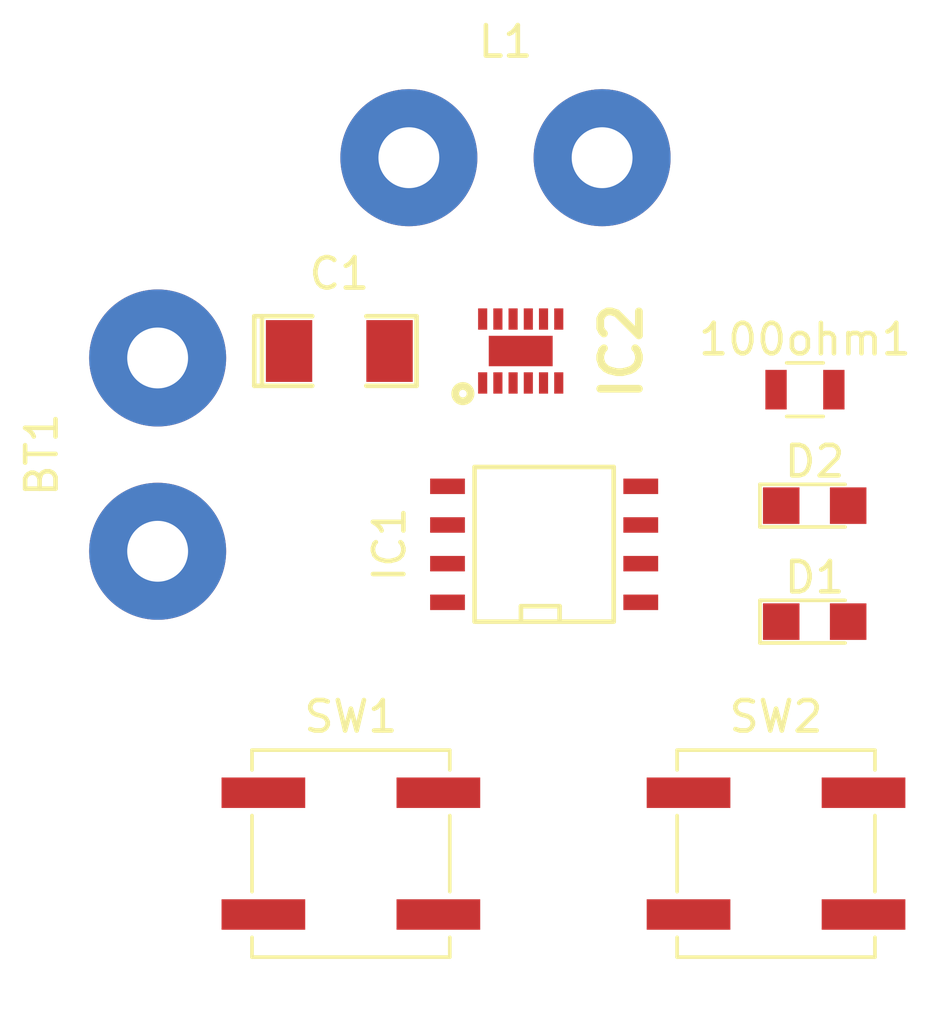
<source format=kicad_pcb>
(kicad_pcb (version 4) (host pcbnew 4.0.4-stable)

  (general
    (links 26)
    (no_connects 19)
    (area 120.549999 90.069999 151.230001 123.935)
    (thickness 1.6)
    (drawings 4)
    (tracks 0)
    (zones 0)
    (modules 10)
    (nets 16)
  )

  (page A4)
  (layers
    (0 F.Cu signal)
    (31 B.Cu signal)
    (32 B.Adhes user)
    (33 F.Adhes user)
    (34 B.Paste user)
    (35 F.Paste user)
    (36 B.SilkS user)
    (37 F.SilkS user)
    (38 B.Mask user)
    (39 F.Mask user)
    (40 Dwgs.User user)
    (41 Cmts.User user)
    (42 Eco1.User user)
    (43 Eco2.User user)
    (44 Edge.Cuts user)
    (45 Margin user)
    (46 B.CrtYd user)
    (47 F.CrtYd user)
    (48 B.Fab user)
    (49 F.Fab user)
  )

  (setup
    (last_trace_width 0.25)
    (trace_clearance 0.2)
    (zone_clearance 0.508)
    (zone_45_only no)
    (trace_min 0.2)
    (segment_width 0.2)
    (edge_width 0.15)
    (via_size 0.6)
    (via_drill 0.4)
    (via_min_size 0.4)
    (via_min_drill 0.3)
    (uvia_size 0.3)
    (uvia_drill 0.1)
    (uvias_allowed no)
    (uvia_min_size 0.2)
    (uvia_min_drill 0.1)
    (pcb_text_width 0.3)
    (pcb_text_size 1.5 1.5)
    (mod_edge_width 0.15)
    (mod_text_size 1 1)
    (mod_text_width 0.15)
    (pad_size 1.524 1.524)
    (pad_drill 0.762)
    (pad_to_mask_clearance 0.2)
    (aux_axis_origin 0 0)
    (visible_elements FFFEEF7F)
    (pcbplotparams
      (layerselection 0x00030_80000001)
      (usegerberextensions false)
      (excludeedgelayer true)
      (linewidth 0.100000)
      (plotframeref false)
      (viasonmask false)
      (mode 1)
      (useauxorigin false)
      (hpglpennumber 1)
      (hpglpenspeed 20)
      (hpglpendiameter 15)
      (hpglpenoverlay 2)
      (psnegative false)
      (psa4output false)
      (plotreference true)
      (plotvalue true)
      (plotinvisibletext false)
      (padsonsilk false)
      (subtractmaskfromsilk false)
      (outputformat 1)
      (mirror false)
      (drillshape 1)
      (scaleselection 1)
      (outputdirectory ""))
  )

  (net 0 "")
  (net 1 "Net-(100ohm1-Pad1)")
  (net 2 "Net-(100ohm1-Pad2)")
  (net 3 "Net-(BT1-Pad1)")
  (net 4 "Net-(D1-Pad2)")
  (net 5 "Net-(D2-Pad2)")
  (net 6 "Net-(IC1-Pad7)")
  (net 7 "Net-(IC1-Pad6)")
  (net 8 "Net-(IC1-Pad5)")
  (net 9 "Net-(IC1-Pad1)")
  (net 10 "Net-(IC2-Pad2)")
  (net 11 "Net-(IC2-Pad3)")
  (net 12 "Net-(IC2-Pad4)")
  (net 13 "Net-(IC2-Pad5)")
  (net 14 "Net-(IC2-Pad7)")
  (net 15 "Net-(IC2-Pad8)")

  (net_class Default "This is the default net class."
    (clearance 0.2)
    (trace_width 0.25)
    (via_dia 0.6)
    (via_drill 0.4)
    (uvia_dia 0.3)
    (uvia_drill 0.1)
    (add_net "Net-(100ohm1-Pad1)")
    (add_net "Net-(100ohm1-Pad2)")
    (add_net "Net-(BT1-Pad1)")
    (add_net "Net-(D1-Pad2)")
    (add_net "Net-(D2-Pad2)")
    (add_net "Net-(IC1-Pad1)")
    (add_net "Net-(IC1-Pad5)")
    (add_net "Net-(IC1-Pad6)")
    (add_net "Net-(IC1-Pad7)")
    (add_net "Net-(IC2-Pad2)")
    (add_net "Net-(IC2-Pad3)")
    (add_net "Net-(IC2-Pad4)")
    (add_net "Net-(IC2-Pad5)")
    (add_net "Net-(IC2-Pad7)")
    (add_net "Net-(IC2-Pad8)")
  )

  (module Resistors_SMD:R_0805 (layer F.Cu) (tedit 58E0A804) (tstamp 5A344DB3)
    (at 147 102.87)
    (descr "Resistor SMD 0805, reflow soldering, Vishay (see dcrcw.pdf)")
    (tags "resistor 0805")
    (path /5A29B602)
    (attr smd)
    (fp_text reference 100ohm1 (at 0 -1.65) (layer F.SilkS)
      (effects (font (size 1 1) (thickness 0.15)))
    )
    (fp_text value R1 (at 0 1.75) (layer F.Fab)
      (effects (font (size 1 1) (thickness 0.15)))
    )
    (fp_text user %R (at 0 1.27) (layer F.Fab)
      (effects (font (size 0.5 0.5) (thickness 0.075)))
    )
    (fp_line (start -1 0.62) (end -1 -0.62) (layer F.Fab) (width 0.1))
    (fp_line (start 1 0.62) (end -1 0.62) (layer F.Fab) (width 0.1))
    (fp_line (start 1 -0.62) (end 1 0.62) (layer F.Fab) (width 0.1))
    (fp_line (start -1 -0.62) (end 1 -0.62) (layer F.Fab) (width 0.1))
    (fp_line (start 0.6 0.88) (end -0.6 0.88) (layer F.SilkS) (width 0.12))
    (fp_line (start -0.6 -0.88) (end 0.6 -0.88) (layer F.SilkS) (width 0.12))
    (fp_line (start -1.55 -0.9) (end 1.55 -0.9) (layer F.CrtYd) (width 0.05))
    (fp_line (start -1.55 -0.9) (end -1.55 0.9) (layer F.CrtYd) (width 0.05))
    (fp_line (start 1.55 0.9) (end 1.55 -0.9) (layer F.CrtYd) (width 0.05))
    (fp_line (start 1.55 0.9) (end -1.55 0.9) (layer F.CrtYd) (width 0.05))
    (pad 1 smd rect (at -0.95 0) (size 0.7 1.3) (layers F.Cu F.Paste F.Mask)
      (net 1 "Net-(100ohm1-Pad1)"))
    (pad 2 smd rect (at 0.95 0) (size 0.7 1.3) (layers F.Cu F.Paste F.Mask)
      (net 2 "Net-(100ohm1-Pad2)"))
    (model ${KISYS3DMOD}/Resistors_SMD.3dshapes/R_0805.wrl
      (at (xyz 0 0 0))
      (scale (xyz 1 1 1))
      (rotate (xyz 0 0 0))
    )
  )

  (module Wire_Pads:SolderWirePad_2x_2mmDrill (layer F.Cu) (tedit 0) (tstamp 5A344DB9)
    (at 125.73 105.0036 90)
    (path /5A29B249)
    (fp_text reference BT1 (at 0 -3.81 90) (layer F.SilkS)
      (effects (font (size 1 1) (thickness 0.15)))
    )
    (fp_text value "3.7v LiPo" (at 0.635 3.81 90) (layer F.Fab)
      (effects (font (size 1 1) (thickness 0.15)))
    )
    (pad 1 thru_hole circle (at -3.175 0 90) (size 4.50088 4.50088) (drill 1.99898) (layers *.Cu *.Mask)
      (net 3 "Net-(BT1-Pad1)"))
    (pad 1 thru_hole circle (at 3.175 0 90) (size 4.50088 4.50088) (drill 1.99898) (layers *.Cu *.Mask)
      (net 3 "Net-(BT1-Pad1)"))
  )

  (module SMD_Packages:SMD-1206_Pol (layer F.Cu) (tedit 0) (tstamp 5A344DBF)
    (at 131.699 101.6)
    (path /5A29C3A3)
    (attr smd)
    (fp_text reference C1 (at 0 -2.54) (layer F.SilkS)
      (effects (font (size 1 1) (thickness 0.15)))
    )
    (fp_text value 100uF (at 0 2.54) (layer F.Fab)
      (effects (font (size 1 1) (thickness 0.15)))
    )
    (fp_line (start -2.54 -1.143) (end -2.794 -1.143) (layer F.SilkS) (width 0.15))
    (fp_line (start -2.794 -1.143) (end -2.794 1.143) (layer F.SilkS) (width 0.15))
    (fp_line (start -2.794 1.143) (end -2.54 1.143) (layer F.SilkS) (width 0.15))
    (fp_line (start -2.54 -1.143) (end -2.54 1.143) (layer F.SilkS) (width 0.15))
    (fp_line (start -2.54 1.143) (end -0.889 1.143) (layer F.SilkS) (width 0.15))
    (fp_line (start 0.889 -1.143) (end 2.54 -1.143) (layer F.SilkS) (width 0.15))
    (fp_line (start 2.54 -1.143) (end 2.54 1.143) (layer F.SilkS) (width 0.15))
    (fp_line (start 2.54 1.143) (end 0.889 1.143) (layer F.SilkS) (width 0.15))
    (fp_line (start -0.889 -1.143) (end -2.54 -1.143) (layer F.SilkS) (width 0.15))
    (pad 1 smd rect (at -1.651 0) (size 1.524 2.032) (layers F.Cu F.Paste F.Mask)
      (net 3 "Net-(BT1-Pad1)"))
    (pad 2 smd rect (at 1.651 0) (size 1.524 2.032) (layers F.Cu F.Paste F.Mask)
      (net 2 "Net-(100ohm1-Pad2)"))
    (model SMD_Packages.3dshapes/SMD-1206_Pol.wrl
      (at (xyz 0 0 0))
      (scale (xyz 0.17 0.16 0.16))
      (rotate (xyz 0 0 0))
    )
  )

  (module LEDs:LED_0805 (layer F.Cu) (tedit 59959803) (tstamp 5A344DC5)
    (at 147.32 110.49)
    (descr "LED 0805 smd package")
    (tags "LED led 0805 SMD smd SMT smt smdled SMDLED smtled SMTLED")
    (path /5A2A0D2E)
    (attr smd)
    (fp_text reference D1 (at 0 -1.45) (layer F.SilkS)
      (effects (font (size 1 1) (thickness 0.15)))
    )
    (fp_text value LED (at 0 1.55) (layer F.Fab)
      (effects (font (size 1 1) (thickness 0.15)))
    )
    (fp_line (start -1.8 -0.7) (end -1.8 0.7) (layer F.SilkS) (width 0.12))
    (fp_line (start -0.4 -0.4) (end -0.4 0.4) (layer F.Fab) (width 0.1))
    (fp_line (start -0.4 0) (end 0.2 -0.4) (layer F.Fab) (width 0.1))
    (fp_line (start 0.2 0.4) (end -0.4 0) (layer F.Fab) (width 0.1))
    (fp_line (start 0.2 -0.4) (end 0.2 0.4) (layer F.Fab) (width 0.1))
    (fp_line (start 1 0.6) (end -1 0.6) (layer F.Fab) (width 0.1))
    (fp_line (start 1 -0.6) (end 1 0.6) (layer F.Fab) (width 0.1))
    (fp_line (start -1 -0.6) (end 1 -0.6) (layer F.Fab) (width 0.1))
    (fp_line (start -1 0.6) (end -1 -0.6) (layer F.Fab) (width 0.1))
    (fp_line (start -1.8 0.7) (end 1 0.7) (layer F.SilkS) (width 0.12))
    (fp_line (start -1.8 -0.7) (end 1 -0.7) (layer F.SilkS) (width 0.12))
    (fp_line (start 1.95 -0.85) (end 1.95 0.85) (layer F.CrtYd) (width 0.05))
    (fp_line (start 1.95 0.85) (end -1.95 0.85) (layer F.CrtYd) (width 0.05))
    (fp_line (start -1.95 0.85) (end -1.95 -0.85) (layer F.CrtYd) (width 0.05))
    (fp_line (start -1.95 -0.85) (end 1.95 -0.85) (layer F.CrtYd) (width 0.05))
    (fp_text user %R (at 0 1.27) (layer F.Fab)
      (effects (font (size 0.4 0.4) (thickness 0.1)))
    )
    (pad 2 smd rect (at 1.1 0 180) (size 1.2 1.2) (layers F.Cu F.Paste F.Mask)
      (net 4 "Net-(D1-Pad2)"))
    (pad 1 smd rect (at -1.1 0 180) (size 1.2 1.2) (layers F.Cu F.Paste F.Mask)
      (net 1 "Net-(100ohm1-Pad1)"))
    (model ${KISYS3DMOD}/LEDs.3dshapes/LED_0805.wrl
      (at (xyz 0 0 0))
      (scale (xyz 1 1 1))
      (rotate (xyz 0 0 180))
    )
  )

  (module LEDs:LED_0805 (layer F.Cu) (tedit 59959803) (tstamp 5A344DCB)
    (at 147.32 106.68)
    (descr "LED 0805 smd package")
    (tags "LED led 0805 SMD smd SMT smt smdled SMDLED smtled SMTLED")
    (path /5A29B470)
    (attr smd)
    (fp_text reference D2 (at 0 -1.45) (layer F.SilkS)
      (effects (font (size 1 1) (thickness 0.15)))
    )
    (fp_text value LED (at 0 1.55) (layer F.Fab)
      (effects (font (size 1 1) (thickness 0.15)))
    )
    (fp_line (start -1.8 -0.7) (end -1.8 0.7) (layer F.SilkS) (width 0.12))
    (fp_line (start -0.4 -0.4) (end -0.4 0.4) (layer F.Fab) (width 0.1))
    (fp_line (start -0.4 0) (end 0.2 -0.4) (layer F.Fab) (width 0.1))
    (fp_line (start 0.2 0.4) (end -0.4 0) (layer F.Fab) (width 0.1))
    (fp_line (start 0.2 -0.4) (end 0.2 0.4) (layer F.Fab) (width 0.1))
    (fp_line (start 1 0.6) (end -1 0.6) (layer F.Fab) (width 0.1))
    (fp_line (start 1 -0.6) (end 1 0.6) (layer F.Fab) (width 0.1))
    (fp_line (start -1 -0.6) (end 1 -0.6) (layer F.Fab) (width 0.1))
    (fp_line (start -1 0.6) (end -1 -0.6) (layer F.Fab) (width 0.1))
    (fp_line (start -1.8 0.7) (end 1 0.7) (layer F.SilkS) (width 0.12))
    (fp_line (start -1.8 -0.7) (end 1 -0.7) (layer F.SilkS) (width 0.12))
    (fp_line (start 1.95 -0.85) (end 1.95 0.85) (layer F.CrtYd) (width 0.05))
    (fp_line (start 1.95 0.85) (end -1.95 0.85) (layer F.CrtYd) (width 0.05))
    (fp_line (start -1.95 0.85) (end -1.95 -0.85) (layer F.CrtYd) (width 0.05))
    (fp_line (start -1.95 -0.85) (end 1.95 -0.85) (layer F.CrtYd) (width 0.05))
    (fp_text user %R (at 0 1.27) (layer F.Fab)
      (effects (font (size 0.4 0.4) (thickness 0.1)))
    )
    (pad 2 smd rect (at 1.1 0 180) (size 1.2 1.2) (layers F.Cu F.Paste F.Mask)
      (net 5 "Net-(D2-Pad2)"))
    (pad 1 smd rect (at -1.1 0 180) (size 1.2 1.2) (layers F.Cu F.Paste F.Mask)
      (net 1 "Net-(100ohm1-Pad1)"))
    (model ${KISYS3DMOD}/LEDs.3dshapes/LED_0805.wrl
      (at (xyz 0 0 0))
      (scale (xyz 1 1 1))
      (rotate (xyz 0 0 180))
    )
  )

  (module SMD_Packages:SOIC-8-N (layer F.Cu) (tedit 0) (tstamp 5A344DD7)
    (at 138.43 107.95 90)
    (descr "Module Narrow CMS SOJ 8 pins large")
    (tags "CMS SOJ")
    (path /5A29B085)
    (attr smd)
    (fp_text reference IC1 (at 0 -5.08 90) (layer F.SilkS)
      (effects (font (size 1 1) (thickness 0.15)))
    )
    (fp_text value ATTINY85-S (at 0 1.27 90) (layer F.Fab)
      (effects (font (size 1 1) (thickness 0.15)))
    )
    (fp_line (start -2.54 -2.286) (end 2.54 -2.286) (layer F.SilkS) (width 0.15))
    (fp_line (start 2.54 -2.286) (end 2.54 2.286) (layer F.SilkS) (width 0.15))
    (fp_line (start 2.54 2.286) (end -2.54 2.286) (layer F.SilkS) (width 0.15))
    (fp_line (start -2.54 2.286) (end -2.54 -2.286) (layer F.SilkS) (width 0.15))
    (fp_line (start -2.54 -0.762) (end -2.032 -0.762) (layer F.SilkS) (width 0.15))
    (fp_line (start -2.032 -0.762) (end -2.032 0.508) (layer F.SilkS) (width 0.15))
    (fp_line (start -2.032 0.508) (end -2.54 0.508) (layer F.SilkS) (width 0.15))
    (pad 8 smd rect (at -1.905 -3.175 90) (size 0.508 1.143) (layers F.Cu F.Paste F.Mask)
      (net 3 "Net-(BT1-Pad1)"))
    (pad 7 smd rect (at -0.635 -3.175 90) (size 0.508 1.143) (layers F.Cu F.Paste F.Mask)
      (net 6 "Net-(IC1-Pad7)"))
    (pad 6 smd rect (at 0.635 -3.175 90) (size 0.508 1.143) (layers F.Cu F.Paste F.Mask)
      (net 7 "Net-(IC1-Pad6)"))
    (pad 5 smd rect (at 1.905 -3.175 90) (size 0.508 1.143) (layers F.Cu F.Paste F.Mask)
      (net 8 "Net-(IC1-Pad5)"))
    (pad 4 smd rect (at 1.905 3.175 90) (size 0.508 1.143) (layers F.Cu F.Paste F.Mask)
      (net 2 "Net-(100ohm1-Pad2)"))
    (pad 3 smd rect (at 0.635 3.175 90) (size 0.508 1.143) (layers F.Cu F.Paste F.Mask)
      (net 5 "Net-(D2-Pad2)"))
    (pad 2 smd rect (at -0.635 3.175 90) (size 0.508 1.143) (layers F.Cu F.Paste F.Mask)
      (net 4 "Net-(D1-Pad2)"))
    (pad 1 smd rect (at -1.905 3.175 90) (size 0.508 1.143) (layers F.Cu F.Paste F.Mask)
      (net 9 "Net-(IC1-Pad1)"))
    (model SMD_Packages.3dshapes/SOIC-8-N.wrl
      (at (xyz 0 0 0))
      (scale (xyz 0.5 0.38 0.5))
      (rotate (xyz 0 0 0))
    )
  )

  (module DRV8835DSSR:SON50P200X300X80-13N (layer F.Cu) (tedit 5A29B73A) (tstamp 5A344DE8)
    (at 137.66 101.6 90)
    (descr "DSS (R-PWSON-N12)")
    (tags "Integrated Circuit")
    (path /5A29B9E5)
    (attr smd)
    (fp_text reference IC2 (at 0 3.31 90) (layer F.SilkS)
      (effects (font (size 1.27 1.27) (thickness 0.254)))
    )
    (fp_text value DRV8835DSSR (at 0 0 90) (layer F.SilkS) hide
      (effects (font (size 1.27 1.27) (thickness 0.254)))
    )
    (fp_line (start -1.625 -1.8) (end 1.625 -1.8) (layer Dwgs.User) (width 0.05))
    (fp_line (start 1.625 -1.8) (end 1.625 1.8) (layer Dwgs.User) (width 0.05))
    (fp_line (start 1.625 1.8) (end -1.625 1.8) (layer Dwgs.User) (width 0.05))
    (fp_line (start -1.625 1.8) (end -1.625 -1.8) (layer Dwgs.User) (width 0.05))
    (fp_line (start -1 -1.5) (end 1 -1.5) (layer Dwgs.User) (width 0.1))
    (fp_line (start 1 -1.5) (end 1 1.5) (layer Dwgs.User) (width 0.1))
    (fp_line (start 1 1.5) (end -1 1.5) (layer Dwgs.User) (width 0.1))
    (fp_line (start -1 1.5) (end -1 -1.5) (layer Dwgs.User) (width 0.1))
    (fp_line (start -1 -1) (end -0.5 -1.5) (layer Dwgs.User) (width 0.1))
    (fp_circle (center -1.4 -1.9) (end -1.275 -1.9) (layer F.SilkS) (width 0.254))
    (pad 1 smd rect (at -1.05 -1.25 180) (size 0.3 0.7) (layers F.Cu F.Paste F.Mask)
      (net 3 "Net-(BT1-Pad1)"))
    (pad 2 smd rect (at -1.05 -0.75 180) (size 0.3 0.7) (layers F.Cu F.Paste F.Mask)
      (net 10 "Net-(IC2-Pad2)"))
    (pad 3 smd rect (at -1.05 -0.25 180) (size 0.3 0.7) (layers F.Cu F.Paste F.Mask)
      (net 11 "Net-(IC2-Pad3)"))
    (pad 4 smd rect (at -1.05 0.25 180) (size 0.3 0.7) (layers F.Cu F.Paste F.Mask)
      (net 12 "Net-(IC2-Pad4)"))
    (pad 5 smd rect (at -1.05 0.75 180) (size 0.3 0.7) (layers F.Cu F.Paste F.Mask)
      (net 13 "Net-(IC2-Pad5)"))
    (pad 6 smd rect (at -1.05 1.25 180) (size 0.3 0.7) (layers F.Cu F.Paste F.Mask)
      (net 2 "Net-(100ohm1-Pad2)"))
    (pad 7 smd rect (at 1.05 1.25 180) (size 0.3 0.7) (layers F.Cu F.Paste F.Mask)
      (net 14 "Net-(IC2-Pad7)"))
    (pad 8 smd rect (at 1.05 0.75 180) (size 0.3 0.7) (layers F.Cu F.Paste F.Mask)
      (net 15 "Net-(IC2-Pad8)"))
    (pad 9 smd rect (at 1.05 0.25 180) (size 0.3 0.7) (layers F.Cu F.Paste F.Mask)
      (net 4 "Net-(D1-Pad2)"))
    (pad 10 smd rect (at 1.05 -0.25 180) (size 0.3 0.7) (layers F.Cu F.Paste F.Mask)
      (net 8 "Net-(IC1-Pad5)"))
    (pad 11 smd rect (at 1.05 -0.75 180) (size 0.3 0.7) (layers F.Cu F.Paste F.Mask)
      (net 7 "Net-(IC1-Pad6)"))
    (pad 12 smd rect (at 1.05 -1.25 180) (size 0.3 0.7) (layers F.Cu F.Paste F.Mask)
      (net 3 "Net-(BT1-Pad1)"))
    (pad 13 smd rect (at 0 0 90) (size 1 2.1) (layers F.Cu F.Paste F.Mask)
      (net 2 "Net-(100ohm1-Pad2)"))
  )

  (module Wire_Pads:SolderWirePad_2x_2mmDrill (layer F.Cu) (tedit 0) (tstamp 5A344DEE)
    (at 137.16 95.25)
    (path /5A29C49F)
    (fp_text reference L1 (at 0 -3.81) (layer F.SilkS)
      (effects (font (size 1 1) (thickness 0.15)))
    )
    (fp_text value Coil (at 0.635 3.81) (layer F.Fab)
      (effects (font (size 1 1) (thickness 0.15)))
    )
    (pad 1 thru_hole circle (at -3.175 0) (size 4.50088 4.50088) (drill 1.99898) (layers *.Cu *.Mask)
      (net 10 "Net-(IC2-Pad2)"))
    (pad 1 thru_hole circle (at 3.175 0) (size 4.50088 4.50088) (drill 1.99898) (layers *.Cu *.Mask)
      (net 10 "Net-(IC2-Pad2)"))
  )

  (module Buttons_Switches_SMD:SW_SPST_B3SL-1002P (layer F.Cu) (tedit 58724122) (tstamp 5A344DF6)
    (at 132.08 118.11)
    (descr "Middle Stroke Tactile Switch, B3SL")
    (tags "Middle Stroke Tactile Switch")
    (path /5A29B69D)
    (attr smd)
    (fp_text reference SW1 (at 0 -4.5) (layer F.SilkS)
      (effects (font (size 1 1) (thickness 0.15)))
    )
    (fp_text value Fire! (at 0 4.75) (layer F.Fab)
      (effects (font (size 1 1) (thickness 0.15)))
    )
    (fp_text user %R (at 0 -4.5) (layer F.Fab)
      (effects (font (size 1 1) (thickness 0.15)))
    )
    (fp_circle (center 0 0) (end 1.25 0) (layer F.Fab) (width 0.1))
    (fp_line (start -4.5 3.65) (end 4.5 3.65) (layer F.CrtYd) (width 0.05))
    (fp_line (start 4.5 3.65) (end 4.5 -3.65) (layer F.CrtYd) (width 0.05))
    (fp_line (start 4.5 -3.65) (end -4.5 -3.65) (layer F.CrtYd) (width 0.05))
    (fp_line (start -4.5 -3.65) (end -4.5 3.65) (layer F.CrtYd) (width 0.05))
    (fp_line (start 3.25 2.75) (end 3.25 3.4) (layer F.SilkS) (width 0.12))
    (fp_line (start 3.25 3.4) (end -3.25 3.4) (layer F.SilkS) (width 0.12))
    (fp_line (start -3.25 3.4) (end -3.25 2.75) (layer F.SilkS) (width 0.12))
    (fp_line (start 3.25 -2.75) (end 3.25 -3.4) (layer F.SilkS) (width 0.12))
    (fp_line (start 3.25 -3.4) (end -3.25 -3.4) (layer F.SilkS) (width 0.12))
    (fp_line (start -3.25 -3.4) (end -3.25 -2.75) (layer F.SilkS) (width 0.12))
    (fp_line (start 3.25 -1.25) (end 3.25 1.25) (layer F.SilkS) (width 0.12))
    (fp_line (start -3.25 -1.25) (end -3.25 1.25) (layer F.SilkS) (width 0.12))
    (fp_line (start -3.1 -3.25) (end 3.1 -3.25) (layer F.Fab) (width 0.1))
    (fp_line (start 3.1 -3.25) (end 3.1 3.25) (layer F.Fab) (width 0.1))
    (fp_line (start 3.1 3.25) (end -3.1 3.25) (layer F.Fab) (width 0.1))
    (fp_line (start -3.1 3.25) (end -3.1 -3.25) (layer F.Fab) (width 0.1))
    (pad 1 smd rect (at -2.875 -2) (size 2.75 1) (layers F.Cu F.Paste F.Mask)
      (net 6 "Net-(IC1-Pad7)"))
    (pad 1 smd rect (at 2.875 -2) (size 2.75 1) (layers F.Cu F.Paste F.Mask)
      (net 6 "Net-(IC1-Pad7)"))
    (pad 2 smd rect (at 2.875 2) (size 2.75 1) (layers F.Cu F.Paste F.Mask)
      (net 2 "Net-(100ohm1-Pad2)"))
    (pad 2 smd rect (at -2.875 2) (size 2.75 1) (layers F.Cu F.Paste F.Mask)
      (net 2 "Net-(100ohm1-Pad2)"))
    (model ${KISYS3DMOD}/Buttons_Switches_SMD.3dshapes/SW_SPST_B3SL-1002P.wrl
      (at (xyz 0 0 0))
      (scale (xyz 1 1 1))
      (rotate (xyz 0 0 0))
    )
  )

  (module Buttons_Switches_SMD:SW_SPST_B3SL-1002P (layer F.Cu) (tedit 58724122) (tstamp 5A344DFE)
    (at 146.05 118.11)
    (descr "Middle Stroke Tactile Switch, B3SL")
    (tags "Middle Stroke Tactile Switch")
    (path /5A2A0ECB)
    (attr smd)
    (fp_text reference SW2 (at 0 -4.5) (layer F.SilkS)
      (effects (font (size 1 1) (thickness 0.15)))
    )
    (fp_text value Select (at 0 4.75) (layer F.Fab)
      (effects (font (size 1 1) (thickness 0.15)))
    )
    (fp_text user %R (at 0 -4.5) (layer F.Fab)
      (effects (font (size 1 1) (thickness 0.15)))
    )
    (fp_circle (center 0 0) (end 1.25 0) (layer F.Fab) (width 0.1))
    (fp_line (start -4.5 3.65) (end 4.5 3.65) (layer F.CrtYd) (width 0.05))
    (fp_line (start 4.5 3.65) (end 4.5 -3.65) (layer F.CrtYd) (width 0.05))
    (fp_line (start 4.5 -3.65) (end -4.5 -3.65) (layer F.CrtYd) (width 0.05))
    (fp_line (start -4.5 -3.65) (end -4.5 3.65) (layer F.CrtYd) (width 0.05))
    (fp_line (start 3.25 2.75) (end 3.25 3.4) (layer F.SilkS) (width 0.12))
    (fp_line (start 3.25 3.4) (end -3.25 3.4) (layer F.SilkS) (width 0.12))
    (fp_line (start -3.25 3.4) (end -3.25 2.75) (layer F.SilkS) (width 0.12))
    (fp_line (start 3.25 -2.75) (end 3.25 -3.4) (layer F.SilkS) (width 0.12))
    (fp_line (start 3.25 -3.4) (end -3.25 -3.4) (layer F.SilkS) (width 0.12))
    (fp_line (start -3.25 -3.4) (end -3.25 -2.75) (layer F.SilkS) (width 0.12))
    (fp_line (start 3.25 -1.25) (end 3.25 1.25) (layer F.SilkS) (width 0.12))
    (fp_line (start -3.25 -1.25) (end -3.25 1.25) (layer F.SilkS) (width 0.12))
    (fp_line (start -3.1 -3.25) (end 3.1 -3.25) (layer F.Fab) (width 0.1))
    (fp_line (start 3.1 -3.25) (end 3.1 3.25) (layer F.Fab) (width 0.1))
    (fp_line (start 3.1 3.25) (end -3.1 3.25) (layer F.Fab) (width 0.1))
    (fp_line (start -3.1 3.25) (end -3.1 -3.25) (layer F.Fab) (width 0.1))
    (pad 1 smd rect (at -2.875 -2) (size 2.75 1) (layers F.Cu F.Paste F.Mask)
      (net 9 "Net-(IC1-Pad1)"))
    (pad 1 smd rect (at 2.875 -2) (size 2.75 1) (layers F.Cu F.Paste F.Mask)
      (net 9 "Net-(IC1-Pad1)"))
    (pad 2 smd rect (at 2.875 2) (size 2.75 1) (layers F.Cu F.Paste F.Mask)
      (net 2 "Net-(100ohm1-Pad2)"))
    (pad 2 smd rect (at -2.875 2) (size 2.75 1) (layers F.Cu F.Paste F.Mask)
      (net 2 "Net-(100ohm1-Pad2)"))
    (model ${KISYS3DMOD}/Buttons_Switches_SMD.3dshapes/SW_SPST_B3SL-1002P.wrl
      (at (xyz 0 0 0))
      (scale (xyz 1 1 1))
      (rotate (xyz 0 0 0))
    )
  )

  (gr_line (start 120.65 123.19) (end 120.65 90.17) (layer Eco1.User) (width 0.2))
  (gr_line (start 151.13 123.19) (end 120.65 123.19) (layer Eco1.User) (width 0.2))
  (gr_line (start 151.13 90.17) (end 151.13 123.19) (layer Eco1.User) (width 0.2))
  (gr_line (start 120.65 90.17) (end 151.13 90.17) (layer Eco1.User) (width 0.2))

)

</source>
